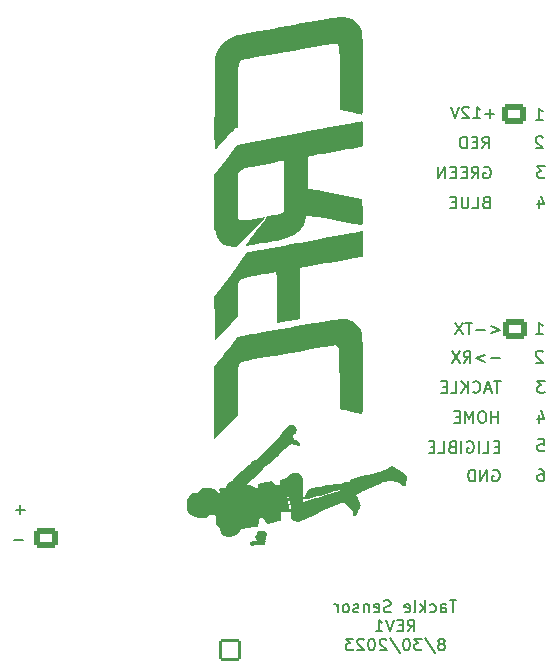
<source format=gbo>
%TF.GenerationSoftware,KiCad,Pcbnew,(6.0.1-0)*%
%TF.CreationDate,2023-09-01T00:14:16-05:00*%
%TF.ProjectId,tackle_sensor_hardware,7461636b-6c65-45f7-9365-6e736f725f68,REV1*%
%TF.SameCoordinates,Original*%
%TF.FileFunction,Legend,Bot*%
%TF.FilePolarity,Positive*%
%FSLAX46Y46*%
G04 Gerber Fmt 4.6, Leading zero omitted, Abs format (unit mm)*
G04 Created by KiCad (PCBNEW (6.0.1-0)) date 2023-09-01 00:14:16*
%MOMM*%
%LPD*%
G01*
G04 APERTURE LIST*
G04 Aperture macros list*
%AMRoundRect*
0 Rectangle with rounded corners*
0 $1 Rounding radius*
0 $2 $3 $4 $5 $6 $7 $8 $9 X,Y pos of 4 corners*
0 Add a 4 corners polygon primitive as box body*
4,1,4,$2,$3,$4,$5,$6,$7,$8,$9,$2,$3,0*
0 Add four circle primitives for the rounded corners*
1,1,$1+$1,$2,$3*
1,1,$1+$1,$4,$5*
1,1,$1+$1,$6,$7*
1,1,$1+$1,$8,$9*
0 Add four rect primitives between the rounded corners*
20,1,$1+$1,$2,$3,$4,$5,0*
20,1,$1+$1,$4,$5,$6,$7,0*
20,1,$1+$1,$6,$7,$8,$9,0*
20,1,$1+$1,$8,$9,$2,$3,0*%
G04 Aperture macros list end*
%ADD10C,0.150000*%
%ADD11C,0.152400*%
%ADD12C,0.300000*%
%ADD13RoundRect,0.250000X-0.725000X0.600000X-0.725000X-0.600000X0.725000X-0.600000X0.725000X0.600000X0*%
%ADD14O,1.950000X1.700000*%
%ADD15C,1.784000*%
%ADD16RoundRect,0.102000X-0.790000X-0.790000X0.790000X-0.790000X0.790000X0.790000X-0.790000X0.790000X0*%
%ADD17C,3.200000*%
%ADD18RoundRect,0.250000X0.750000X-0.600000X0.750000X0.600000X-0.750000X0.600000X-0.750000X-0.600000X0*%
%ADD19O,2.000000X1.700000*%
G04 APERTURE END LIST*
D10*
X198556333Y-110561380D02*
X198556333Y-109561380D01*
X198556333Y-110037571D02*
X197984904Y-110037571D01*
X197984904Y-110561380D02*
X197984904Y-109561380D01*
X197318238Y-109561380D02*
X197127761Y-109561380D01*
X197032523Y-109609000D01*
X196937285Y-109704238D01*
X196889666Y-109894714D01*
X196889666Y-110228047D01*
X196937285Y-110418523D01*
X197032523Y-110513761D01*
X197127761Y-110561380D01*
X197318238Y-110561380D01*
X197413476Y-110513761D01*
X197508714Y-110418523D01*
X197556333Y-110228047D01*
X197556333Y-109894714D01*
X197508714Y-109704238D01*
X197413476Y-109609000D01*
X197318238Y-109561380D01*
X196461095Y-110561380D02*
X196461095Y-109561380D01*
X196127761Y-110275666D01*
X195794428Y-109561380D01*
X195794428Y-110561380D01*
X195318238Y-110037571D02*
X194984904Y-110037571D01*
X194842047Y-110561380D02*
X195318238Y-110561380D01*
X195318238Y-109561380D01*
X194842047Y-109561380D01*
D11*
X201990476Y-91730285D02*
X201990476Y-92407619D01*
X202232380Y-91343238D02*
X202474285Y-92068952D01*
X201845333Y-92068952D01*
D10*
X197945238Y-102401714D02*
X198707142Y-102687428D01*
X197945238Y-102973142D01*
X197469047Y-102687428D02*
X196707142Y-102687428D01*
X196373809Y-102068380D02*
X195802380Y-102068380D01*
X196088095Y-103068380D02*
X196088095Y-102068380D01*
X195564285Y-102068380D02*
X194897619Y-103068380D01*
X194897619Y-102068380D02*
X195564285Y-103068380D01*
X198119904Y-114562000D02*
X198215142Y-114514380D01*
X198358000Y-114514380D01*
X198500857Y-114562000D01*
X198596095Y-114657238D01*
X198643714Y-114752476D01*
X198691333Y-114942952D01*
X198691333Y-115085809D01*
X198643714Y-115276285D01*
X198596095Y-115371523D01*
X198500857Y-115466761D01*
X198358000Y-115514380D01*
X198262761Y-115514380D01*
X198119904Y-115466761D01*
X198072285Y-115419142D01*
X198072285Y-115085809D01*
X198262761Y-115085809D01*
X197643714Y-115514380D02*
X197643714Y-114514380D01*
X197072285Y-115514380D01*
X197072285Y-114514380D01*
X196596095Y-115514380D02*
X196596095Y-114514380D01*
X196358000Y-114514380D01*
X196215142Y-114562000D01*
X196119904Y-114657238D01*
X196072285Y-114752476D01*
X196024666Y-114942952D01*
X196024666Y-115085809D01*
X196072285Y-115276285D01*
X196119904Y-115371523D01*
X196215142Y-115466761D01*
X196358000Y-115514380D01*
X196596095Y-115514380D01*
X195031666Y-125604380D02*
X194460238Y-125604380D01*
X194745952Y-126604380D02*
X194745952Y-125604380D01*
X193698333Y-126604380D02*
X193698333Y-126080571D01*
X193745952Y-125985333D01*
X193841190Y-125937714D01*
X194031666Y-125937714D01*
X194126904Y-125985333D01*
X193698333Y-126556761D02*
X193793571Y-126604380D01*
X194031666Y-126604380D01*
X194126904Y-126556761D01*
X194174523Y-126461523D01*
X194174523Y-126366285D01*
X194126904Y-126271047D01*
X194031666Y-126223428D01*
X193793571Y-126223428D01*
X193698333Y-126175809D01*
X192793571Y-126556761D02*
X192888809Y-126604380D01*
X193079285Y-126604380D01*
X193174523Y-126556761D01*
X193222142Y-126509142D01*
X193269761Y-126413904D01*
X193269761Y-126128190D01*
X193222142Y-126032952D01*
X193174523Y-125985333D01*
X193079285Y-125937714D01*
X192888809Y-125937714D01*
X192793571Y-125985333D01*
X192365000Y-126604380D02*
X192365000Y-125604380D01*
X192269761Y-126223428D02*
X191984047Y-126604380D01*
X191984047Y-125937714D02*
X192365000Y-126318666D01*
X191412619Y-126604380D02*
X191507857Y-126556761D01*
X191555476Y-126461523D01*
X191555476Y-125604380D01*
X190650714Y-126556761D02*
X190745952Y-126604380D01*
X190936428Y-126604380D01*
X191031666Y-126556761D01*
X191079285Y-126461523D01*
X191079285Y-126080571D01*
X191031666Y-125985333D01*
X190936428Y-125937714D01*
X190745952Y-125937714D01*
X190650714Y-125985333D01*
X190603095Y-126080571D01*
X190603095Y-126175809D01*
X191079285Y-126271047D01*
X189460238Y-126556761D02*
X189317380Y-126604380D01*
X189079285Y-126604380D01*
X188984047Y-126556761D01*
X188936428Y-126509142D01*
X188888809Y-126413904D01*
X188888809Y-126318666D01*
X188936428Y-126223428D01*
X188984047Y-126175809D01*
X189079285Y-126128190D01*
X189269761Y-126080571D01*
X189365000Y-126032952D01*
X189412619Y-125985333D01*
X189460238Y-125890095D01*
X189460238Y-125794857D01*
X189412619Y-125699619D01*
X189365000Y-125652000D01*
X189269761Y-125604380D01*
X189031666Y-125604380D01*
X188888809Y-125652000D01*
X188079285Y-126556761D02*
X188174523Y-126604380D01*
X188365000Y-126604380D01*
X188460238Y-126556761D01*
X188507857Y-126461523D01*
X188507857Y-126080571D01*
X188460238Y-125985333D01*
X188365000Y-125937714D01*
X188174523Y-125937714D01*
X188079285Y-125985333D01*
X188031666Y-126080571D01*
X188031666Y-126175809D01*
X188507857Y-126271047D01*
X187603095Y-125937714D02*
X187603095Y-126604380D01*
X187603095Y-126032952D02*
X187555476Y-125985333D01*
X187460238Y-125937714D01*
X187317380Y-125937714D01*
X187222142Y-125985333D01*
X187174523Y-126080571D01*
X187174523Y-126604380D01*
X186745952Y-126556761D02*
X186650714Y-126604380D01*
X186460238Y-126604380D01*
X186365000Y-126556761D01*
X186317380Y-126461523D01*
X186317380Y-126413904D01*
X186365000Y-126318666D01*
X186460238Y-126271047D01*
X186603095Y-126271047D01*
X186698333Y-126223428D01*
X186745952Y-126128190D01*
X186745952Y-126080571D01*
X186698333Y-125985333D01*
X186603095Y-125937714D01*
X186460238Y-125937714D01*
X186365000Y-125985333D01*
X185745952Y-126604380D02*
X185841190Y-126556761D01*
X185888809Y-126509142D01*
X185936428Y-126413904D01*
X185936428Y-126128190D01*
X185888809Y-126032952D01*
X185841190Y-125985333D01*
X185745952Y-125937714D01*
X185603095Y-125937714D01*
X185507857Y-125985333D01*
X185460238Y-126032952D01*
X185412619Y-126128190D01*
X185412619Y-126413904D01*
X185460238Y-126509142D01*
X185507857Y-126556761D01*
X185603095Y-126604380D01*
X185745952Y-126604380D01*
X184984047Y-126604380D02*
X184984047Y-125937714D01*
X184984047Y-126128190D02*
X184936428Y-126032952D01*
X184888809Y-125985333D01*
X184793571Y-125937714D01*
X184698333Y-125937714D01*
X190912619Y-128214380D02*
X191245952Y-127738190D01*
X191484047Y-128214380D02*
X191484047Y-127214380D01*
X191103095Y-127214380D01*
X191007857Y-127262000D01*
X190960238Y-127309619D01*
X190912619Y-127404857D01*
X190912619Y-127547714D01*
X190960238Y-127642952D01*
X191007857Y-127690571D01*
X191103095Y-127738190D01*
X191484047Y-127738190D01*
X190484047Y-127690571D02*
X190150714Y-127690571D01*
X190007857Y-128214380D02*
X190484047Y-128214380D01*
X190484047Y-127214380D01*
X190007857Y-127214380D01*
X189722142Y-127214380D02*
X189388809Y-128214380D01*
X189055476Y-127214380D01*
X188198333Y-128214380D02*
X188769761Y-128214380D01*
X188484047Y-128214380D02*
X188484047Y-127214380D01*
X188579285Y-127357238D01*
X188674523Y-127452476D01*
X188769761Y-127500095D01*
X193865000Y-129252952D02*
X193960238Y-129205333D01*
X194007857Y-129157714D01*
X194055476Y-129062476D01*
X194055476Y-129014857D01*
X194007857Y-128919619D01*
X193960238Y-128872000D01*
X193865000Y-128824380D01*
X193674523Y-128824380D01*
X193579285Y-128872000D01*
X193531666Y-128919619D01*
X193484047Y-129014857D01*
X193484047Y-129062476D01*
X193531666Y-129157714D01*
X193579285Y-129205333D01*
X193674523Y-129252952D01*
X193865000Y-129252952D01*
X193960238Y-129300571D01*
X194007857Y-129348190D01*
X194055476Y-129443428D01*
X194055476Y-129633904D01*
X194007857Y-129729142D01*
X193960238Y-129776761D01*
X193865000Y-129824380D01*
X193674523Y-129824380D01*
X193579285Y-129776761D01*
X193531666Y-129729142D01*
X193484047Y-129633904D01*
X193484047Y-129443428D01*
X193531666Y-129348190D01*
X193579285Y-129300571D01*
X193674523Y-129252952D01*
X192341190Y-128776761D02*
X193198333Y-130062476D01*
X192103095Y-128824380D02*
X191484047Y-128824380D01*
X191817380Y-129205333D01*
X191674523Y-129205333D01*
X191579285Y-129252952D01*
X191531666Y-129300571D01*
X191484047Y-129395809D01*
X191484047Y-129633904D01*
X191531666Y-129729142D01*
X191579285Y-129776761D01*
X191674523Y-129824380D01*
X191960238Y-129824380D01*
X192055476Y-129776761D01*
X192103095Y-129729142D01*
X190865000Y-128824380D02*
X190769761Y-128824380D01*
X190674523Y-128872000D01*
X190626904Y-128919619D01*
X190579285Y-129014857D01*
X190531666Y-129205333D01*
X190531666Y-129443428D01*
X190579285Y-129633904D01*
X190626904Y-129729142D01*
X190674523Y-129776761D01*
X190769761Y-129824380D01*
X190865000Y-129824380D01*
X190960238Y-129776761D01*
X191007857Y-129729142D01*
X191055476Y-129633904D01*
X191103095Y-129443428D01*
X191103095Y-129205333D01*
X191055476Y-129014857D01*
X191007857Y-128919619D01*
X190960238Y-128872000D01*
X190865000Y-128824380D01*
X189388809Y-128776761D02*
X190245952Y-130062476D01*
X189103095Y-128919619D02*
X189055476Y-128872000D01*
X188960238Y-128824380D01*
X188722142Y-128824380D01*
X188626904Y-128872000D01*
X188579285Y-128919619D01*
X188531666Y-129014857D01*
X188531666Y-129110095D01*
X188579285Y-129252952D01*
X189150714Y-129824380D01*
X188531666Y-129824380D01*
X187912619Y-128824380D02*
X187817380Y-128824380D01*
X187722142Y-128872000D01*
X187674523Y-128919619D01*
X187626904Y-129014857D01*
X187579285Y-129205333D01*
X187579285Y-129443428D01*
X187626904Y-129633904D01*
X187674523Y-129729142D01*
X187722142Y-129776761D01*
X187817380Y-129824380D01*
X187912619Y-129824380D01*
X188007857Y-129776761D01*
X188055476Y-129729142D01*
X188103095Y-129633904D01*
X188150714Y-129443428D01*
X188150714Y-129205333D01*
X188103095Y-129014857D01*
X188055476Y-128919619D01*
X188007857Y-128872000D01*
X187912619Y-128824380D01*
X187198333Y-128919619D02*
X187150714Y-128872000D01*
X187055476Y-128824380D01*
X186817380Y-128824380D01*
X186722142Y-128872000D01*
X186674523Y-128919619D01*
X186626904Y-129014857D01*
X186626904Y-129110095D01*
X186674523Y-129252952D01*
X187245952Y-129824380D01*
X186626904Y-129824380D01*
X186293571Y-128824380D02*
X185674523Y-128824380D01*
X186007857Y-129205333D01*
X185865000Y-129205333D01*
X185769761Y-129252952D01*
X185722142Y-129300571D01*
X185674523Y-129395809D01*
X185674523Y-129633904D01*
X185722142Y-129729142D01*
X185769761Y-129776761D01*
X185865000Y-129824380D01*
X186150714Y-129824380D01*
X186245952Y-129776761D01*
X186293571Y-129729142D01*
D11*
X202522666Y-88851619D02*
X201893714Y-88851619D01*
X202232380Y-89238666D01*
X202087238Y-89238666D01*
X201990476Y-89287047D01*
X201942095Y-89335428D01*
X201893714Y-89432190D01*
X201893714Y-89674095D01*
X201942095Y-89770857D01*
X201990476Y-89819238D01*
X202087238Y-89867619D01*
X202377523Y-89867619D01*
X202474285Y-89819238D01*
X202522666Y-89770857D01*
D10*
X198786428Y-107021380D02*
X198215000Y-107021380D01*
X198500714Y-108021380D02*
X198500714Y-107021380D01*
X197929285Y-107735666D02*
X197453095Y-107735666D01*
X198024523Y-108021380D02*
X197691190Y-107021380D01*
X197357857Y-108021380D01*
X196453095Y-107926142D02*
X196500714Y-107973761D01*
X196643571Y-108021380D01*
X196738809Y-108021380D01*
X196881666Y-107973761D01*
X196976904Y-107878523D01*
X197024523Y-107783285D01*
X197072142Y-107592809D01*
X197072142Y-107449952D01*
X197024523Y-107259476D01*
X196976904Y-107164238D01*
X196881666Y-107069000D01*
X196738809Y-107021380D01*
X196643571Y-107021380D01*
X196500714Y-107069000D01*
X196453095Y-107116619D01*
X196024523Y-108021380D02*
X196024523Y-107021380D01*
X195453095Y-108021380D02*
X195881666Y-107449952D01*
X195453095Y-107021380D02*
X196024523Y-107592809D01*
X194548333Y-108021380D02*
X195024523Y-108021380D01*
X195024523Y-107021380D01*
X194215000Y-107497571D02*
X193881666Y-107497571D01*
X193738809Y-108021380D02*
X194215000Y-108021380D01*
X194215000Y-107021380D01*
X193738809Y-107021380D01*
D11*
X201990476Y-114505619D02*
X202184000Y-114505619D01*
X202280761Y-114554000D01*
X202329142Y-114602380D01*
X202425904Y-114747523D01*
X202474285Y-114941047D01*
X202474285Y-115328095D01*
X202425904Y-115424857D01*
X202377523Y-115473238D01*
X202280761Y-115521619D01*
X202087238Y-115521619D01*
X201990476Y-115473238D01*
X201942095Y-115424857D01*
X201893714Y-115328095D01*
X201893714Y-115086190D01*
X201942095Y-114989428D01*
X201990476Y-114941047D01*
X202087238Y-114892666D01*
X202280761Y-114892666D01*
X202377523Y-114941047D01*
X202425904Y-114989428D01*
X202474285Y-115086190D01*
X202522666Y-107012619D02*
X201893714Y-107012619D01*
X202232380Y-107399666D01*
X202087238Y-107399666D01*
X201990476Y-107448047D01*
X201942095Y-107496428D01*
X201893714Y-107593190D01*
X201893714Y-107835095D01*
X201942095Y-107931857D01*
X201990476Y-107980238D01*
X202087238Y-108028619D01*
X202377523Y-108028619D01*
X202474285Y-107980238D01*
X202522666Y-107931857D01*
X158502047Y-117928571D02*
X157727952Y-117928571D01*
X158115000Y-118315619D02*
X158115000Y-117541523D01*
X158375047Y-120468571D02*
X157600952Y-120468571D01*
X202347285Y-104569380D02*
X202298904Y-104521000D01*
X202202142Y-104472619D01*
X201960238Y-104472619D01*
X201863476Y-104521000D01*
X201815095Y-104569380D01*
X201766714Y-104666142D01*
X201766714Y-104762904D01*
X201815095Y-104908047D01*
X202395666Y-105488619D01*
X201766714Y-105488619D01*
D10*
X198230904Y-84399428D02*
X197469000Y-84399428D01*
X197849952Y-84780380D02*
X197849952Y-84018476D01*
X196469000Y-84780380D02*
X197040428Y-84780380D01*
X196754714Y-84780380D02*
X196754714Y-83780380D01*
X196849952Y-83923238D01*
X196945190Y-84018476D01*
X197040428Y-84066095D01*
X196088047Y-83875619D02*
X196040428Y-83828000D01*
X195945190Y-83780380D01*
X195707095Y-83780380D01*
X195611857Y-83828000D01*
X195564238Y-83875619D01*
X195516619Y-83970857D01*
X195516619Y-84066095D01*
X195564238Y-84208952D01*
X196135666Y-84780380D01*
X195516619Y-84780380D01*
X195230904Y-83780380D02*
X194897571Y-84780380D01*
X194564238Y-83780380D01*
X197373666Y-88908000D02*
X197468904Y-88860380D01*
X197611761Y-88860380D01*
X197754619Y-88908000D01*
X197849857Y-89003238D01*
X197897476Y-89098476D01*
X197945095Y-89288952D01*
X197945095Y-89431809D01*
X197897476Y-89622285D01*
X197849857Y-89717523D01*
X197754619Y-89812761D01*
X197611761Y-89860380D01*
X197516523Y-89860380D01*
X197373666Y-89812761D01*
X197326047Y-89765142D01*
X197326047Y-89431809D01*
X197516523Y-89431809D01*
X196326047Y-89860380D02*
X196659380Y-89384190D01*
X196897476Y-89860380D02*
X196897476Y-88860380D01*
X196516523Y-88860380D01*
X196421285Y-88908000D01*
X196373666Y-88955619D01*
X196326047Y-89050857D01*
X196326047Y-89193714D01*
X196373666Y-89288952D01*
X196421285Y-89336571D01*
X196516523Y-89384190D01*
X196897476Y-89384190D01*
X195897476Y-89336571D02*
X195564142Y-89336571D01*
X195421285Y-89860380D02*
X195897476Y-89860380D01*
X195897476Y-88860380D01*
X195421285Y-88860380D01*
X194992714Y-89336571D02*
X194659380Y-89336571D01*
X194516523Y-89860380D02*
X194992714Y-89860380D01*
X194992714Y-88860380D01*
X194516523Y-88860380D01*
X194087952Y-89860380D02*
X194087952Y-88860380D01*
X193516523Y-89860380D01*
X193516523Y-88860380D01*
D11*
X202347285Y-86408380D02*
X202298904Y-86360000D01*
X202202142Y-86311619D01*
X201960238Y-86311619D01*
X201863476Y-86360000D01*
X201815095Y-86408380D01*
X201766714Y-86505142D01*
X201766714Y-86601904D01*
X201815095Y-86747047D01*
X202395666Y-87327619D01*
X201766714Y-87327619D01*
X201990476Y-109891285D02*
X201990476Y-110568619D01*
X202232380Y-109504238D02*
X202474285Y-110229952D01*
X201845333Y-110229952D01*
X201942095Y-111965619D02*
X202425904Y-111965619D01*
X202474285Y-112449428D01*
X202425904Y-112401047D01*
X202329142Y-112352666D01*
X202087238Y-112352666D01*
X201990476Y-112401047D01*
X201942095Y-112449428D01*
X201893714Y-112546190D01*
X201893714Y-112788095D01*
X201942095Y-112884857D01*
X201990476Y-112933238D01*
X202087238Y-112981619D01*
X202329142Y-112981619D01*
X202425904Y-112933238D01*
X202474285Y-112884857D01*
D10*
X198659380Y-112577571D02*
X198326047Y-112577571D01*
X198183190Y-113101380D02*
X198659380Y-113101380D01*
X198659380Y-112101380D01*
X198183190Y-112101380D01*
X197278428Y-113101380D02*
X197754619Y-113101380D01*
X197754619Y-112101380D01*
X196945095Y-113101380D02*
X196945095Y-112101380D01*
X195945095Y-112149000D02*
X196040333Y-112101380D01*
X196183190Y-112101380D01*
X196326047Y-112149000D01*
X196421285Y-112244238D01*
X196468904Y-112339476D01*
X196516523Y-112529952D01*
X196516523Y-112672809D01*
X196468904Y-112863285D01*
X196421285Y-112958523D01*
X196326047Y-113053761D01*
X196183190Y-113101380D01*
X196087952Y-113101380D01*
X195945095Y-113053761D01*
X195897476Y-113006142D01*
X195897476Y-112672809D01*
X196087952Y-112672809D01*
X195468904Y-113101380D02*
X195468904Y-112101380D01*
X194659380Y-112577571D02*
X194516523Y-112625190D01*
X194468904Y-112672809D01*
X194421285Y-112768047D01*
X194421285Y-112910904D01*
X194468904Y-113006142D01*
X194516523Y-113053761D01*
X194611761Y-113101380D01*
X194992714Y-113101380D01*
X194992714Y-112101380D01*
X194659380Y-112101380D01*
X194564142Y-112149000D01*
X194516523Y-112196619D01*
X194468904Y-112291857D01*
X194468904Y-112387095D01*
X194516523Y-112482333D01*
X194564142Y-112529952D01*
X194659380Y-112577571D01*
X194992714Y-112577571D01*
X193516523Y-113101380D02*
X193992714Y-113101380D01*
X193992714Y-112101380D01*
X193183190Y-112577571D02*
X192849857Y-112577571D01*
X192707000Y-113101380D02*
X193183190Y-113101380D01*
X193183190Y-112101380D01*
X192707000Y-112101380D01*
D11*
X201766714Y-84914619D02*
X202347285Y-84914619D01*
X202057000Y-84914619D02*
X202057000Y-83898619D01*
X202153761Y-84043761D01*
X202250523Y-84140523D01*
X202347285Y-84188904D01*
D10*
X197238857Y-87320380D02*
X197572190Y-86844190D01*
X197810285Y-87320380D02*
X197810285Y-86320380D01*
X197429333Y-86320380D01*
X197334095Y-86368000D01*
X197286476Y-86415619D01*
X197238857Y-86510857D01*
X197238857Y-86653714D01*
X197286476Y-86748952D01*
X197334095Y-86796571D01*
X197429333Y-86844190D01*
X197810285Y-86844190D01*
X196810285Y-86796571D02*
X196476952Y-86796571D01*
X196334095Y-87320380D02*
X196810285Y-87320380D01*
X196810285Y-86320380D01*
X196334095Y-86320380D01*
X195905523Y-87320380D02*
X195905523Y-86320380D01*
X195667428Y-86320380D01*
X195524571Y-86368000D01*
X195429333Y-86463238D01*
X195381714Y-86558476D01*
X195334095Y-86748952D01*
X195334095Y-86891809D01*
X195381714Y-87082285D01*
X195429333Y-87177523D01*
X195524571Y-87272761D01*
X195667428Y-87320380D01*
X195905523Y-87320380D01*
X197524523Y-91876571D02*
X197381666Y-91924190D01*
X197334047Y-91971809D01*
X197286428Y-92067047D01*
X197286428Y-92209904D01*
X197334047Y-92305142D01*
X197381666Y-92352761D01*
X197476904Y-92400380D01*
X197857857Y-92400380D01*
X197857857Y-91400380D01*
X197524523Y-91400380D01*
X197429285Y-91448000D01*
X197381666Y-91495619D01*
X197334047Y-91590857D01*
X197334047Y-91686095D01*
X197381666Y-91781333D01*
X197429285Y-91828952D01*
X197524523Y-91876571D01*
X197857857Y-91876571D01*
X196381666Y-92400380D02*
X196857857Y-92400380D01*
X196857857Y-91400380D01*
X196048333Y-91400380D02*
X196048333Y-92209904D01*
X196000714Y-92305142D01*
X195953095Y-92352761D01*
X195857857Y-92400380D01*
X195667380Y-92400380D01*
X195572142Y-92352761D01*
X195524523Y-92305142D01*
X195476904Y-92209904D01*
X195476904Y-91400380D01*
X195000714Y-91876571D02*
X194667380Y-91876571D01*
X194524523Y-92400380D02*
X195000714Y-92400380D01*
X195000714Y-91400380D01*
X194524523Y-91400380D01*
D11*
X201766714Y-103075619D02*
X202347285Y-103075619D01*
X202057000Y-103075619D02*
X202057000Y-102059619D01*
X202153761Y-102204761D01*
X202250523Y-102301523D01*
X202347285Y-102349904D01*
D10*
X198699190Y-105100428D02*
X197937285Y-105100428D01*
X197461095Y-104814714D02*
X196699190Y-105100428D01*
X197461095Y-105386142D01*
X195651571Y-105481380D02*
X195984904Y-105005190D01*
X196223000Y-105481380D02*
X196223000Y-104481380D01*
X195842047Y-104481380D01*
X195746809Y-104529000D01*
X195699190Y-104576619D01*
X195651571Y-104671857D01*
X195651571Y-104814714D01*
X195699190Y-104909952D01*
X195746809Y-104957571D01*
X195842047Y-105005190D01*
X196223000Y-105005190D01*
X195318238Y-104481380D02*
X194651571Y-105481380D01*
X194651571Y-104481380D02*
X195318238Y-105481380D01*
D12*
%TO.C,G\u002A\u002A\u002A*%
X180102417Y-97230672D02*
X180029845Y-97085529D01*
X180029845Y-96867815D01*
X180102417Y-96650101D01*
X180247559Y-96504958D01*
X180392702Y-96432386D01*
X180682988Y-96359815D01*
X180900702Y-96359815D01*
X181190988Y-96432386D01*
X181336131Y-96504958D01*
X181481274Y-96650101D01*
X181553845Y-96867815D01*
X181553845Y-97012958D01*
X181481274Y-97230672D01*
X181408702Y-97303244D01*
X180900702Y-97303244D01*
X180900702Y-97012958D01*
X180029845Y-98174101D02*
X180392702Y-98174101D01*
X180247559Y-97811244D02*
X180392702Y-98174101D01*
X180247559Y-98536958D01*
X180682988Y-97956386D02*
X180392702Y-98174101D01*
X180682988Y-98391815D01*
X180029845Y-99335244D02*
X180392702Y-99335244D01*
X180247559Y-98972386D02*
X180392702Y-99335244D01*
X180247559Y-99698101D01*
X180682988Y-99117529D02*
X180392702Y-99335244D01*
X180682988Y-99552958D01*
X180029845Y-100496386D02*
X180392702Y-100496386D01*
X180247559Y-100133529D02*
X180392702Y-100496386D01*
X180247559Y-100859244D01*
X180682988Y-100278672D02*
X180392702Y-100496386D01*
X180682988Y-100714101D01*
X180102417Y-97179872D02*
X180029845Y-97034729D01*
X180029845Y-96817015D01*
X180102417Y-96599301D01*
X180247559Y-96454158D01*
X180392702Y-96381586D01*
X180682988Y-96309015D01*
X180900702Y-96309015D01*
X181190988Y-96381586D01*
X181336131Y-96454158D01*
X181481274Y-96599301D01*
X181553845Y-96817015D01*
X181553845Y-96962158D01*
X181481274Y-97179872D01*
X181408702Y-97252444D01*
X180900702Y-97252444D01*
X180900702Y-96962158D01*
X180029845Y-98123301D02*
X180392702Y-98123301D01*
X180247559Y-97760444D02*
X180392702Y-98123301D01*
X180247559Y-98486158D01*
X180682988Y-97905586D02*
X180392702Y-98123301D01*
X180682988Y-98341015D01*
X180029845Y-99284444D02*
X180392702Y-99284444D01*
X180247559Y-98921586D02*
X180392702Y-99284444D01*
X180247559Y-99647301D01*
X180682988Y-99066729D02*
X180392702Y-99284444D01*
X180682988Y-99502158D01*
X180029845Y-100445586D02*
X180392702Y-100445586D01*
X180247559Y-100082729D02*
X180392702Y-100445586D01*
X180247559Y-100808444D01*
X180682988Y-100227872D02*
X180392702Y-100445586D01*
X180682988Y-100663301D01*
G36*
X181276678Y-110735166D02*
G01*
X181410591Y-110798599D01*
X181481146Y-110927513D01*
X181503550Y-111132234D01*
X181496125Y-111281229D01*
X181449017Y-111400576D01*
X181338453Y-111512012D01*
X181245191Y-111612454D01*
X181196215Y-111760618D01*
X181250571Y-111895050D01*
X181406084Y-112000058D01*
X181467881Y-112027521D01*
X181659588Y-112140937D01*
X181790937Y-112264330D01*
X181839667Y-112378280D01*
X181839365Y-112389835D01*
X181792730Y-112486411D01*
X181672988Y-112510340D01*
X181489214Y-112459517D01*
X181477060Y-112454610D01*
X181283476Y-112401860D01*
X181083905Y-112380151D01*
X181016296Y-112382941D01*
X180947958Y-112397984D01*
X180872781Y-112434673D01*
X180779260Y-112502394D01*
X180655892Y-112610534D01*
X180491174Y-112768478D01*
X180273601Y-112985611D01*
X179991672Y-113271321D01*
X179840002Y-113424702D01*
X179552941Y-113708988D01*
X179327737Y-113921684D01*
X179157027Y-114069319D01*
X179033450Y-114158422D01*
X178949646Y-114195521D01*
X178943330Y-114196832D01*
X178837010Y-114238724D01*
X178805760Y-114292349D01*
X178786235Y-114339604D01*
X178701294Y-114448178D01*
X178563909Y-114597077D01*
X178389474Y-114768684D01*
X178280835Y-114871246D01*
X178038733Y-115100498D01*
X177798096Y-115329123D01*
X177597828Y-115520190D01*
X177243736Y-115859159D01*
X177497914Y-115860126D01*
X177575029Y-115862564D01*
X177761021Y-115901447D01*
X177920237Y-116002578D01*
X178054608Y-116093618D01*
X178170021Y-116114546D01*
X178232415Y-116045822D01*
X178233624Y-115890368D01*
X178203383Y-115704011D01*
X178498613Y-115646578D01*
X178593570Y-115628103D01*
X178852089Y-115577793D01*
X179092999Y-115530896D01*
X179392156Y-115472648D01*
X179575331Y-115666870D01*
X179630980Y-115722778D01*
X179779720Y-115829548D01*
X179928852Y-115861093D01*
X179992541Y-115859882D01*
X180065916Y-115839310D01*
X180094406Y-115769670D01*
X180099196Y-115621120D01*
X180100400Y-115517978D01*
X180119670Y-115418638D01*
X180184798Y-115371933D01*
X180323801Y-115343200D01*
X180451436Y-115309479D01*
X180607348Y-115219755D01*
X180778734Y-115057960D01*
X180888691Y-114944948D01*
X181005322Y-114854129D01*
X181128848Y-114809452D01*
X181301987Y-114788955D01*
X181445421Y-114783613D01*
X181619518Y-114806692D01*
X181769039Y-114876645D01*
X181782253Y-114885126D01*
X181974007Y-115065297D01*
X182078214Y-115287009D01*
X182084269Y-115528342D01*
X182069907Y-115647878D01*
X182061249Y-115856996D01*
X182065326Y-116078652D01*
X182074180Y-116311846D01*
X182079910Y-116597302D01*
X182081008Y-116867303D01*
X182078062Y-117302421D01*
X183169036Y-116946988D01*
X183184218Y-116942042D01*
X183552744Y-116822595D01*
X183924102Y-116703232D01*
X184271746Y-116592418D01*
X184569131Y-116498614D01*
X184789712Y-116430285D01*
X184947956Y-116380404D01*
X185139806Y-116314374D01*
X185271160Y-116262048D01*
X185320012Y-116231668D01*
X185311537Y-116222067D01*
X185277134Y-116221749D01*
X185206981Y-116234315D01*
X185091311Y-116262417D01*
X184920352Y-116308705D01*
X184684335Y-116375831D01*
X184373492Y-116466445D01*
X183978051Y-116583200D01*
X183488244Y-116728745D01*
X183346995Y-116770334D01*
X183015493Y-116864189D01*
X182723290Y-116941736D01*
X182486529Y-116998981D01*
X182321357Y-117031930D01*
X182243917Y-117036589D01*
X182204448Y-117009615D01*
X182171176Y-116905160D01*
X182195954Y-116754694D01*
X182268034Y-116581088D01*
X182376666Y-116407211D01*
X182511098Y-116255934D01*
X182660583Y-116150127D01*
X182741378Y-116120925D01*
X182918415Y-116074211D01*
X183161152Y-116019752D01*
X183450464Y-115960911D01*
X183767225Y-115901048D01*
X184092311Y-115843523D01*
X184406596Y-115791697D01*
X184690955Y-115748931D01*
X184926263Y-115718586D01*
X185093394Y-115704022D01*
X185173225Y-115708600D01*
X185183784Y-115713561D01*
X185297151Y-115719117D01*
X185452978Y-115645762D01*
X185534451Y-115599541D01*
X185657970Y-115563116D01*
X185780670Y-115588289D01*
X185840785Y-115611220D01*
X185929076Y-115636101D01*
X185967900Y-115606741D01*
X185995227Y-115509130D01*
X186037275Y-115413857D01*
X186123500Y-115324332D01*
X186143291Y-115316432D01*
X186260270Y-115282459D01*
X186460042Y-115231512D01*
X186725737Y-115167685D01*
X187040485Y-115095069D01*
X187387419Y-115017756D01*
X187527685Y-114986588D01*
X187863887Y-114908177D01*
X188161044Y-114833755D01*
X188402288Y-114767840D01*
X188570751Y-114714952D01*
X188649563Y-114679609D01*
X188749216Y-114623820D01*
X188898713Y-114589779D01*
X189022861Y-114564080D01*
X189136284Y-114500840D01*
X189149659Y-114488367D01*
X189263008Y-114404553D01*
X189409147Y-114316678D01*
X189600821Y-114213591D01*
X190176878Y-114559013D01*
X190179981Y-114560875D01*
X190406916Y-114703287D01*
X190600707Y-114836442D01*
X190740882Y-114945503D01*
X190806966Y-115015633D01*
X190820924Y-115046531D01*
X190858303Y-115194144D01*
X190854783Y-115380148D01*
X190810544Y-115635821D01*
X190807161Y-115651411D01*
X190761218Y-115813472D01*
X190702383Y-115899847D01*
X190610662Y-115941067D01*
X190513830Y-115951834D01*
X190427449Y-115905311D01*
X190419464Y-115891673D01*
X190333346Y-115775379D01*
X190219150Y-115687871D01*
X190050462Y-115613630D01*
X189800870Y-115537136D01*
X189633378Y-115491616D01*
X189473367Y-115454489D01*
X189369557Y-115445547D01*
X189294067Y-115463313D01*
X189219017Y-115506309D01*
X189085636Y-115563758D01*
X188926765Y-115582542D01*
X188793176Y-115593729D01*
X188638382Y-115653351D01*
X188632371Y-115657032D01*
X188531181Y-115710690D01*
X188350684Y-115799746D01*
X188108531Y-115915735D01*
X187822370Y-116050191D01*
X187509849Y-116194650D01*
X187447722Y-116223201D01*
X187152324Y-116360823D01*
X186896741Y-116482921D01*
X186695807Y-116582192D01*
X186564361Y-116651338D01*
X186517237Y-116683058D01*
X186526150Y-116705146D01*
X186584824Y-116795131D01*
X186680227Y-116921536D01*
X186718475Y-116973266D01*
X186828447Y-117160255D01*
X186900072Y-117337642D01*
X186919501Y-117422195D01*
X186924601Y-117522004D01*
X186900593Y-117635375D01*
X186840834Y-117790156D01*
X186738682Y-118014191D01*
X186676673Y-118144633D01*
X186587554Y-118317138D01*
X186519973Y-118416011D01*
X186460689Y-118458588D01*
X186396460Y-118462202D01*
X186338048Y-118448377D01*
X186290089Y-118393324D01*
X186289457Y-118268209D01*
X186288787Y-118174444D01*
X186253918Y-118074140D01*
X186168533Y-117953644D01*
X186017672Y-117786437D01*
X186005743Y-117773865D01*
X185843930Y-117610302D01*
X185692560Y-117468238D01*
X185582980Y-117377185D01*
X185482744Y-117315644D01*
X185388257Y-117304677D01*
X185256477Y-117350432D01*
X185074460Y-117428577D01*
X184679106Y-117601853D01*
X184283432Y-117780893D01*
X183855301Y-117980367D01*
X183362579Y-118214942D01*
X183253933Y-118267050D01*
X182910792Y-118431285D01*
X182649726Y-118555398D01*
X182458256Y-118645085D01*
X182323908Y-118706040D01*
X182234202Y-118743957D01*
X182176662Y-118764530D01*
X182138811Y-118773455D01*
X182120263Y-118778023D01*
X182016070Y-118815558D01*
X181871667Y-118876011D01*
X181860229Y-118880970D01*
X181600941Y-118941050D01*
X181357699Y-118901949D01*
X181150626Y-118766718D01*
X181146736Y-118762816D01*
X181086982Y-118694628D01*
X181049852Y-118619280D01*
X181030687Y-118511383D01*
X181024828Y-118345554D01*
X181027617Y-118096404D01*
X181029381Y-117948983D01*
X181028091Y-117737892D01*
X181022252Y-117583705D01*
X181012536Y-117512335D01*
X181003837Y-117491603D01*
X180977291Y-117401179D01*
X180937925Y-117239976D01*
X180883685Y-116999006D01*
X180812520Y-116669284D01*
X180722377Y-116241821D01*
X180591472Y-115616339D01*
X180620566Y-116078652D01*
X180620918Y-116084224D01*
X180670499Y-116637397D01*
X180744821Y-117154393D01*
X180838745Y-117599394D01*
X180869911Y-117722388D01*
X180912834Y-117924674D01*
X180912970Y-118049382D01*
X180860805Y-118115254D01*
X180746823Y-118141033D01*
X180561509Y-118145462D01*
X180207975Y-118145462D01*
X180207975Y-118497958D01*
X180204646Y-118687128D01*
X180188823Y-118798258D01*
X180151982Y-118853159D01*
X180085599Y-118878326D01*
X180056447Y-118884883D01*
X179917800Y-118915514D01*
X179717690Y-118959306D01*
X179488864Y-119009084D01*
X179014507Y-119111972D01*
X178836188Y-118875748D01*
X178717752Y-118727145D01*
X178617417Y-118634064D01*
X178526210Y-118602930D01*
X178418361Y-118617838D01*
X178378273Y-118631936D01*
X178330980Y-118679845D01*
X178309442Y-118780175D01*
X178304335Y-118960991D01*
X178300570Y-119076037D01*
X178276964Y-119241515D01*
X178236348Y-119328178D01*
X178230995Y-119331800D01*
X178134957Y-119363024D01*
X177967194Y-119394071D01*
X177760438Y-119418715D01*
X177530789Y-119443640D01*
X177256204Y-119481481D01*
X177026177Y-119521095D01*
X176930529Y-119541480D01*
X176784413Y-119584543D01*
X176710123Y-119635523D01*
X176682604Y-119708052D01*
X176646423Y-119792472D01*
X176523353Y-119922050D01*
X176340445Y-120049681D01*
X176124742Y-120159943D01*
X175903289Y-120237411D01*
X175703130Y-120266661D01*
X175635115Y-120262433D01*
X175407831Y-120185645D01*
X175218526Y-120029818D01*
X175088975Y-119817782D01*
X175040952Y-119572369D01*
X175033754Y-119496199D01*
X174978275Y-119403783D01*
X174844392Y-119322840D01*
X174647832Y-119229107D01*
X174723280Y-118423965D01*
X174514986Y-118389039D01*
X174480797Y-118383217D01*
X174338024Y-118356975D01*
X174252301Y-118338157D01*
X174240267Y-118337587D01*
X174156275Y-118376780D01*
X174044708Y-118464988D01*
X174022658Y-118485159D01*
X173935050Y-118550807D01*
X173835923Y-118587296D01*
X173692904Y-118602531D01*
X173473616Y-118604416D01*
X173424034Y-118603781D01*
X173169146Y-118587744D01*
X172963399Y-118543610D01*
X172756584Y-118461361D01*
X172532433Y-118343971D01*
X172377188Y-118221135D01*
X172280620Y-118072980D01*
X172218672Y-117873201D01*
X172202509Y-117786466D01*
X172193897Y-117448467D01*
X172260571Y-117113557D01*
X172393663Y-116813133D01*
X172584306Y-116578590D01*
X172594537Y-116569642D01*
X172705019Y-116494658D01*
X172815825Y-116484259D01*
X172974142Y-116532917D01*
X173062744Y-116511615D01*
X173165445Y-116389799D01*
X173206181Y-116330969D01*
X173379400Y-116174602D01*
X173613981Y-116087701D01*
X173925963Y-116063383D01*
X174162164Y-116081199D01*
X174498542Y-116168250D01*
X174768317Y-116318689D01*
X174963246Y-116522729D01*
X175075086Y-116770580D01*
X175095596Y-117052452D01*
X175016532Y-117358557D01*
X175002141Y-117394174D01*
X174965875Y-117503249D01*
X174964918Y-117547175D01*
X174995075Y-117524213D01*
X175046514Y-117422893D01*
X175096647Y-117271917D01*
X175134658Y-117105719D01*
X175149731Y-116958735D01*
X175146004Y-116900439D01*
X175100978Y-116701050D01*
X175020113Y-116503752D01*
X174995051Y-116454970D01*
X174928509Y-116274809D01*
X174945889Y-116158935D01*
X175052917Y-116096998D01*
X175255317Y-116078652D01*
X175341962Y-116077712D01*
X175462898Y-116063555D01*
X175523264Y-116019441D01*
X175555790Y-115929080D01*
X175590275Y-115836114D01*
X175681140Y-115691635D01*
X175791050Y-115579711D01*
X175890771Y-115534755D01*
X175927041Y-115526373D01*
X176003667Y-115458313D01*
X176012729Y-115446364D01*
X176089481Y-115367162D01*
X176230951Y-115231757D01*
X176424511Y-115051925D01*
X176657535Y-114839441D01*
X176917397Y-114606083D01*
X177011925Y-114521644D01*
X177260877Y-114297532D01*
X177476873Y-114100606D01*
X177647776Y-113942080D01*
X177761451Y-113833172D01*
X177805763Y-113785095D01*
X177857154Y-113754572D01*
X177972145Y-113739894D01*
X177992683Y-113738884D01*
X178080308Y-113711081D01*
X178187674Y-113635697D01*
X178330475Y-113499980D01*
X178524405Y-113291179D01*
X178594684Y-113213372D01*
X178871251Y-112911790D01*
X179138221Y-112627442D01*
X179385094Y-112370959D01*
X179601370Y-112152970D01*
X179776548Y-111984103D01*
X179900130Y-111874988D01*
X179961616Y-111836254D01*
X179973479Y-111833227D01*
X180033441Y-111767037D01*
X180093396Y-111641450D01*
X180141304Y-111551259D01*
X180250066Y-111400494D01*
X180394682Y-111226652D01*
X180554863Y-111051706D01*
X180710321Y-110897626D01*
X180840764Y-110786382D01*
X180925905Y-110739946D01*
X181064205Y-110726888D01*
X181276678Y-110735166D01*
G37*
G36*
X185598471Y-101784371D02*
G01*
X185765928Y-101799496D01*
X185910706Y-101826580D01*
X185971304Y-101842296D01*
X186340049Y-101998165D01*
X186643390Y-102239324D01*
X186876617Y-102561031D01*
X187035018Y-102958543D01*
X187045962Y-103010175D01*
X187060092Y-103124630D01*
X187072138Y-103291669D01*
X187082248Y-103518318D01*
X187090572Y-103811598D01*
X187097258Y-104178535D01*
X187102456Y-104626152D01*
X187106314Y-105161473D01*
X187108981Y-105791523D01*
X187110607Y-106523324D01*
X187111300Y-107042201D01*
X187111763Y-107648921D01*
X187111491Y-108160717D01*
X187110266Y-108585524D01*
X187107869Y-108931280D01*
X187104082Y-109205922D01*
X187098686Y-109417386D01*
X187091462Y-109573608D01*
X187082193Y-109682526D01*
X187070660Y-109752076D01*
X187056643Y-109790195D01*
X187039926Y-109804818D01*
X187020288Y-109803884D01*
X187016552Y-109802844D01*
X186920732Y-109779912D01*
X186744344Y-109740465D01*
X186511230Y-109689761D01*
X186245235Y-109633055D01*
X186241812Y-109632332D01*
X185962806Y-109572675D01*
X185704292Y-109516090D01*
X185494938Y-109468932D01*
X185363416Y-109437557D01*
X185161469Y-109385608D01*
X185145857Y-106809310D01*
X185144757Y-106629682D01*
X185140993Y-106061420D01*
X185137100Y-105589720D01*
X185132656Y-105205061D01*
X185127239Y-104897920D01*
X185120427Y-104658774D01*
X185111798Y-104478102D01*
X185100930Y-104346382D01*
X185087402Y-104254091D01*
X185070791Y-104191707D01*
X185050676Y-104149709D01*
X185026634Y-104118573D01*
X184933360Y-104048090D01*
X184743764Y-104004134D01*
X184706148Y-104007050D01*
X184561562Y-104026360D01*
X184328722Y-104062040D01*
X184019720Y-104112084D01*
X183646643Y-104174485D01*
X183221582Y-104247236D01*
X182756625Y-104328330D01*
X182263864Y-104415761D01*
X182117575Y-104441927D01*
X181586757Y-104536738D01*
X181058534Y-104630896D01*
X180550320Y-104721308D01*
X180079526Y-104804884D01*
X179663564Y-104878530D01*
X179319849Y-104939155D01*
X179065791Y-104983666D01*
X178884312Y-105015276D01*
X178356920Y-105107509D01*
X177923697Y-105184615D01*
X177574676Y-105249252D01*
X177299893Y-105304077D01*
X177089384Y-105351746D01*
X176933182Y-105394916D01*
X176821323Y-105436245D01*
X176743841Y-105478388D01*
X176690773Y-105524003D01*
X176652152Y-105575746D01*
X176618013Y-105636275D01*
X176600266Y-105726911D01*
X176585908Y-105926007D01*
X176574949Y-106233292D01*
X176567395Y-106648494D01*
X176563254Y-107171346D01*
X176562532Y-107801577D01*
X176565508Y-109857651D01*
X175898412Y-110562348D01*
X175747971Y-110721615D01*
X175496639Y-110989016D01*
X175255753Y-111246762D01*
X175046828Y-111471806D01*
X174891380Y-111641100D01*
X174551444Y-112015155D01*
X174551444Y-105815854D01*
X175136134Y-105056212D01*
X175249035Y-104909483D01*
X175484384Y-104603383D01*
X175719656Y-104297119D01*
X175932746Y-104019470D01*
X176101551Y-103799215D01*
X176243481Y-103619097D01*
X176387449Y-103447820D01*
X176499728Y-103326706D01*
X176563864Y-103274435D01*
X176623004Y-103260884D01*
X176778051Y-103230237D01*
X177011737Y-103186151D01*
X177308839Y-103131454D01*
X177654130Y-103068976D01*
X178032387Y-103001546D01*
X178223667Y-102967606D01*
X178629011Y-102895327D01*
X179111154Y-102809009D01*
X179650924Y-102712099D01*
X180229149Y-102608046D01*
X180826657Y-102500298D01*
X181424277Y-102392301D01*
X182002836Y-102287505D01*
X182384336Y-102218657D01*
X183050635Y-102100679D01*
X183623720Y-102002978D01*
X184112408Y-101924515D01*
X184525514Y-101864250D01*
X184871857Y-101821143D01*
X185160253Y-101794154D01*
X185399519Y-101782244D01*
X185598471Y-101784371D01*
G37*
G36*
X185971278Y-76302796D02*
G01*
X186343797Y-76461185D01*
X186646659Y-76699578D01*
X186876321Y-77015771D01*
X187029237Y-77407560D01*
X187043172Y-77471401D01*
X187057943Y-77574947D01*
X187070474Y-77714459D01*
X187080949Y-77898025D01*
X187089547Y-78133738D01*
X187096451Y-78429686D01*
X187101841Y-78793961D01*
X187105898Y-79234652D01*
X187108805Y-79759851D01*
X187110742Y-80377646D01*
X187111891Y-81096129D01*
X187112450Y-81724499D01*
X187112592Y-82324797D01*
X187112024Y-82831234D01*
X187110533Y-83251654D01*
X187107904Y-83593900D01*
X187103924Y-83865816D01*
X187098379Y-84075246D01*
X187091056Y-84230034D01*
X187081741Y-84338024D01*
X187070221Y-84407059D01*
X187056281Y-84444984D01*
X187039708Y-84459642D01*
X187020288Y-84458877D01*
X186996699Y-84452850D01*
X186873820Y-84424238D01*
X186675099Y-84379621D01*
X186422116Y-84323815D01*
X186136455Y-84261638D01*
X186015647Y-84235429D01*
X185740885Y-84175191D01*
X185507738Y-84123217D01*
X185337789Y-84084349D01*
X185252622Y-84063426D01*
X185249859Y-84062566D01*
X185228257Y-84049116D01*
X185210296Y-84018378D01*
X185195643Y-83961203D01*
X185183964Y-83868442D01*
X185174924Y-83730946D01*
X185168191Y-83539566D01*
X185163431Y-83285153D01*
X185160309Y-82958557D01*
X185158493Y-82550629D01*
X185157648Y-82052220D01*
X185157440Y-81454182D01*
X185157432Y-81335073D01*
X185156900Y-80715440D01*
X185154920Y-80194269D01*
X185150647Y-79762778D01*
X185143233Y-79412186D01*
X185131832Y-79133712D01*
X185115596Y-78918574D01*
X185093679Y-78757990D01*
X185065232Y-78643179D01*
X185029411Y-78565361D01*
X184985366Y-78515752D01*
X184932252Y-78485573D01*
X184869221Y-78466041D01*
X184842447Y-78463140D01*
X184779815Y-78465181D01*
X184680939Y-78474699D01*
X184540372Y-78492608D01*
X184352670Y-78519824D01*
X184112385Y-78557262D01*
X183814072Y-78605836D01*
X183452285Y-78666462D01*
X183021579Y-78740055D01*
X182516508Y-78827530D01*
X181931625Y-78929802D01*
X181261485Y-79047786D01*
X180500642Y-79182397D01*
X179643650Y-79334550D01*
X178685063Y-79505160D01*
X178515070Y-79535620D01*
X178107058Y-79610188D01*
X177733914Y-79680389D01*
X177410100Y-79743375D01*
X177150077Y-79796302D01*
X176968309Y-79836322D01*
X176879256Y-79860588D01*
X176831778Y-79880035D01*
X176772866Y-79908653D01*
X176723739Y-79946322D01*
X176683372Y-80002109D01*
X176650742Y-80085078D01*
X176624821Y-80204294D01*
X176604586Y-80368824D01*
X176589012Y-80587731D01*
X176577073Y-80870082D01*
X176567745Y-81224941D01*
X176560001Y-81661374D01*
X176552819Y-82188445D01*
X176545171Y-82815221D01*
X176513017Y-85473378D01*
X176089725Y-85915030D01*
X175949229Y-86062879D01*
X175701453Y-86327473D01*
X175443725Y-86606337D01*
X175213479Y-86859136D01*
X175149235Y-86931550D01*
X175030448Y-87070173D01*
X174928176Y-87190427D01*
X174841229Y-87286285D01*
X174768417Y-87351720D01*
X174708550Y-87380705D01*
X174660438Y-87367214D01*
X174622891Y-87305220D01*
X174594718Y-87188695D01*
X174574729Y-87011614D01*
X174561734Y-86767950D01*
X174554544Y-86451674D01*
X174551968Y-86056762D01*
X174552815Y-85577186D01*
X174555896Y-85006918D01*
X174560021Y-84339933D01*
X174563999Y-83570204D01*
X174580643Y-79664733D01*
X174707510Y-79323321D01*
X174779617Y-79148625D01*
X175039220Y-78705965D01*
X175381606Y-78331906D01*
X175802395Y-78030629D01*
X176297205Y-77806313D01*
X176314157Y-77800890D01*
X176452785Y-77766017D01*
X176685902Y-77715322D01*
X177003061Y-77650672D01*
X177393815Y-77573935D01*
X177847717Y-77486979D01*
X178354322Y-77391673D01*
X178903181Y-77289885D01*
X179483848Y-77183483D01*
X180085876Y-77074335D01*
X180698819Y-76964310D01*
X181312229Y-76855274D01*
X181915660Y-76749097D01*
X182498665Y-76647647D01*
X183050798Y-76552791D01*
X183561611Y-76466398D01*
X184020658Y-76390336D01*
X184417491Y-76326473D01*
X184741665Y-76276677D01*
X184982732Y-76242817D01*
X185130245Y-76226760D01*
X185532649Y-76226616D01*
X185971278Y-76302796D01*
G37*
G36*
X182155686Y-85933984D02*
G01*
X182882899Y-85797797D01*
X183575922Y-85668188D01*
X184227481Y-85546508D01*
X184830305Y-85434107D01*
X185377123Y-85332338D01*
X185860662Y-85242551D01*
X186273652Y-85166098D01*
X186608820Y-85104329D01*
X186858895Y-85058596D01*
X187016605Y-85030249D01*
X187074678Y-85020641D01*
X187077192Y-85022791D01*
X187089343Y-85094285D01*
X187099857Y-85255056D01*
X187108124Y-85488792D01*
X187113532Y-85779183D01*
X187115470Y-86109915D01*
X187115392Y-86177219D01*
X187112726Y-86501177D01*
X187106710Y-86781483D01*
X187097957Y-87001857D01*
X187087076Y-87146017D01*
X187074678Y-87197683D01*
X187061494Y-87199299D01*
X186959915Y-87215579D01*
X186770630Y-87247434D01*
X186507333Y-87292467D01*
X186183722Y-87348279D01*
X185813492Y-87412474D01*
X185410340Y-87482653D01*
X184987962Y-87556418D01*
X184560053Y-87631373D01*
X184140311Y-87705120D01*
X183742431Y-87775261D01*
X183380109Y-87839398D01*
X183067043Y-87895133D01*
X182816926Y-87940070D01*
X182643457Y-87971810D01*
X182560331Y-87987957D01*
X182437954Y-88015628D01*
X182437954Y-90728113D01*
X182641916Y-90766901D01*
X182655961Y-90769551D01*
X182777348Y-90792124D01*
X182989790Y-90831384D01*
X183280409Y-90884958D01*
X183636325Y-90950477D01*
X184044661Y-91025569D01*
X184492538Y-91107863D01*
X184967076Y-91194987D01*
X187088275Y-91584286D01*
X187102976Y-92708771D01*
X187104081Y-92807223D01*
X187104979Y-93133924D01*
X187101553Y-93415879D01*
X187094274Y-93637088D01*
X187083608Y-93781547D01*
X187070027Y-93833256D01*
X187069166Y-93833227D01*
X186999688Y-93822781D01*
X186838306Y-93795266D01*
X186599312Y-93753219D01*
X186297003Y-93699175D01*
X185945670Y-93635671D01*
X185559608Y-93565243D01*
X185023011Y-93467137D01*
X184353647Y-93345521D01*
X183787386Y-93243668D01*
X183322035Y-93161193D01*
X182955401Y-93097713D01*
X182685291Y-93052845D01*
X182509512Y-93026205D01*
X182425871Y-93017410D01*
X182406845Y-93020347D01*
X182346562Y-93090169D01*
X182305255Y-93259280D01*
X182244229Y-93500522D01*
X182104187Y-93822559D01*
X181914610Y-94128514D01*
X181698412Y-94376214D01*
X181645216Y-94423208D01*
X181293046Y-94664373D01*
X180853635Y-94868536D01*
X180342013Y-95028472D01*
X180328245Y-95031870D01*
X180139822Y-95074157D01*
X179885244Y-95125894D01*
X179580245Y-95184393D01*
X179240557Y-95246968D01*
X178881912Y-95310930D01*
X178520044Y-95373591D01*
X178170684Y-95432263D01*
X177849566Y-95484260D01*
X177572420Y-95526892D01*
X177354981Y-95557473D01*
X177212981Y-95573314D01*
X177162151Y-95571728D01*
X177163145Y-95567481D01*
X177203464Y-95497031D01*
X177293160Y-95361466D01*
X177419024Y-95179639D01*
X177567846Y-94970402D01*
X177726415Y-94752609D01*
X177881520Y-94545111D01*
X177913646Y-94502407D01*
X178049772Y-94315852D01*
X178178754Y-94132399D01*
X178249505Y-94032687D01*
X178393927Y-93839956D01*
X178540470Y-93654312D01*
X178596267Y-93585301D01*
X178705777Y-93441925D01*
X178743569Y-93376002D01*
X178711437Y-93385943D01*
X178611174Y-93470161D01*
X178444576Y-93627068D01*
X178213436Y-93855076D01*
X177919548Y-94152596D01*
X177564707Y-94518041D01*
X176429209Y-95695322D01*
X176098882Y-95668807D01*
X175803411Y-95622088D01*
X175402697Y-95470447D01*
X175048405Y-95220457D01*
X174966098Y-95140604D01*
X174859654Y-95003624D01*
X174773645Y-94830585D01*
X174687932Y-94586039D01*
X174551444Y-94153979D01*
X174551444Y-91585797D01*
X176508374Y-91585797D01*
X176510637Y-91975067D01*
X176515577Y-92338112D01*
X176523226Y-92658774D01*
X176533619Y-92920897D01*
X176546789Y-93108325D01*
X176562772Y-93204902D01*
X176574031Y-93233519D01*
X176612527Y-93309911D01*
X176664990Y-93366467D01*
X176743050Y-93403214D01*
X176858334Y-93420178D01*
X177022472Y-93417389D01*
X177247092Y-93394872D01*
X177543822Y-93352656D01*
X177924291Y-93290768D01*
X178400128Y-93209236D01*
X178427641Y-93204463D01*
X178829305Y-93133104D01*
X179204286Y-93063512D01*
X179536458Y-92998904D01*
X179809698Y-92942496D01*
X180007881Y-92897504D01*
X180114883Y-92867147D01*
X180284652Y-92766635D01*
X180400429Y-92632641D01*
X180412418Y-92604752D01*
X180431220Y-92531726D01*
X180446330Y-92421469D01*
X180458115Y-92263760D01*
X180466939Y-92048381D01*
X180473167Y-91765109D01*
X180477164Y-91403725D01*
X180479295Y-90954009D01*
X180479924Y-90405739D01*
X180479924Y-90383188D01*
X180479655Y-89857428D01*
X180478566Y-89430111D01*
X180476193Y-89091288D01*
X180472075Y-88831010D01*
X180465746Y-88639328D01*
X180456745Y-88506293D01*
X180444607Y-88421955D01*
X180428869Y-88376366D01*
X180409069Y-88359575D01*
X180384742Y-88361635D01*
X180372235Y-88364883D01*
X180266451Y-88387730D01*
X180072259Y-88427133D01*
X179803818Y-88480303D01*
X179475290Y-88544451D01*
X179100834Y-88616788D01*
X178694610Y-88694525D01*
X178572523Y-88717848D01*
X178172308Y-88795270D01*
X177806858Y-88867397D01*
X177490604Y-88931285D01*
X177237978Y-88983991D01*
X177063411Y-89022569D01*
X176981334Y-89044076D01*
X176850676Y-89124435D01*
X176695220Y-89279570D01*
X176570661Y-89464905D01*
X176564583Y-89483714D01*
X176549071Y-89604188D01*
X176535997Y-89811530D01*
X176525393Y-90089584D01*
X176517295Y-90422194D01*
X176511737Y-90793204D01*
X176508751Y-91186457D01*
X176508374Y-91585797D01*
X174551444Y-91585797D01*
X174551444Y-89544315D01*
X175507882Y-88272779D01*
X176464319Y-87001243D01*
X180409069Y-86261495D01*
X181749102Y-86010202D01*
X182155686Y-85933984D01*
G37*
G36*
X178756752Y-119750577D02*
G01*
X178890520Y-119807432D01*
X178973130Y-119887171D01*
X179010298Y-119992642D01*
X178962118Y-120073141D01*
X178938804Y-120111342D01*
X178941342Y-120212615D01*
X178946152Y-120285685D01*
X178904359Y-120400542D01*
X178874150Y-120451776D01*
X178871632Y-120532468D01*
X178879631Y-120554471D01*
X178846907Y-120621013D01*
X178820171Y-120659051D01*
X178821915Y-120758934D01*
X178821362Y-120820275D01*
X178744879Y-120886918D01*
X178593391Y-120916348D01*
X178385168Y-120902556D01*
X178377562Y-120901392D01*
X178190822Y-120897804D01*
X178001056Y-120927420D01*
X177982678Y-120932212D01*
X177811618Y-120956984D01*
X177669088Y-120948941D01*
X177639008Y-120940378D01*
X177561143Y-120884024D01*
X177553047Y-120767869D01*
X177563628Y-120704826D01*
X177600369Y-120646512D01*
X177687884Y-120618076D01*
X177855169Y-120603770D01*
X178140264Y-120587346D01*
X178064952Y-120407099D01*
X178036781Y-120332936D01*
X178018431Y-120204052D01*
X178059783Y-120069990D01*
X178116384Y-119936402D01*
X178161033Y-119817945D01*
X178166872Y-119805433D01*
X178252708Y-119750384D01*
X178402919Y-119722556D01*
X178582576Y-119722453D01*
X178756752Y-119750577D01*
G37*
G36*
X187115470Y-96490640D02*
G01*
X186829924Y-96548420D01*
X186782327Y-96557672D01*
X186616957Y-96588445D01*
X186363993Y-96634604D01*
X186036222Y-96693848D01*
X185646432Y-96763877D01*
X185207409Y-96842390D01*
X184731941Y-96927087D01*
X184232815Y-97015668D01*
X183932458Y-97068977D01*
X183461571Y-97152989D01*
X183029721Y-97230569D01*
X182648258Y-97299646D01*
X182328532Y-97358152D01*
X182081891Y-97404016D01*
X181919686Y-97435170D01*
X181853265Y-97449544D01*
X181851693Y-97450252D01*
X181834036Y-97483825D01*
X181819564Y-97568958D01*
X181808021Y-97713823D01*
X181799151Y-97926595D01*
X181792697Y-98215445D01*
X181788404Y-98588547D01*
X181786016Y-99054074D01*
X181785277Y-99620198D01*
X181785277Y-101766443D01*
X181499731Y-101823639D01*
X181425049Y-101838398D01*
X181184533Y-101884121D01*
X180913299Y-101933699D01*
X180634288Y-101983162D01*
X180370443Y-102028541D01*
X180144706Y-102065869D01*
X179980017Y-102091176D01*
X179899320Y-102100494D01*
X179887396Y-102093961D01*
X179870870Y-102051839D01*
X179857513Y-101962982D01*
X179847026Y-101818528D01*
X179839113Y-101609614D01*
X179833476Y-101327376D01*
X179829817Y-100962954D01*
X179827840Y-100507482D01*
X179827247Y-99952100D01*
X179827246Y-99932635D01*
X179826104Y-99339886D01*
X179822718Y-98851101D01*
X179816959Y-98461625D01*
X179808697Y-98166802D01*
X179797804Y-97961979D01*
X179784150Y-97842498D01*
X179767606Y-97803706D01*
X179764956Y-97803755D01*
X179674628Y-97814152D01*
X179498332Y-97840346D01*
X179255730Y-97878980D01*
X178966484Y-97926700D01*
X178650255Y-97980149D01*
X178326705Y-98035971D01*
X178015494Y-98090813D01*
X177736285Y-98141316D01*
X177508738Y-98184127D01*
X177352515Y-98215889D01*
X177099368Y-98280252D01*
X176894003Y-98360658D01*
X176747788Y-98463028D01*
X176634489Y-98601449D01*
X176611842Y-98641397D01*
X176588274Y-98707139D01*
X176570954Y-98800569D01*
X176559177Y-98935200D01*
X176552240Y-99124543D01*
X176549436Y-99382111D01*
X176550062Y-99721415D01*
X176553413Y-100155969D01*
X176566396Y-101566936D01*
X175807851Y-102349158D01*
X175557721Y-102610076D01*
X175315758Y-102867939D01*
X175099980Y-103103176D01*
X174927136Y-103297529D01*
X174813973Y-103432736D01*
X174578639Y-103734091D01*
X174564342Y-101825442D01*
X174550044Y-99916792D01*
X175937885Y-98024050D01*
X177325727Y-96131308D01*
X178073382Y-95991237D01*
X178275078Y-95953626D01*
X178572172Y-95898480D01*
X178948091Y-95828869D01*
X179388641Y-95747414D01*
X179879631Y-95656739D01*
X180406870Y-95559466D01*
X180956167Y-95458216D01*
X181513329Y-95355612D01*
X181782152Y-95306129D01*
X182674565Y-95141821D01*
X183466444Y-94995952D01*
X184162836Y-94867587D01*
X184768785Y-94755793D01*
X185289337Y-94659635D01*
X185729538Y-94578179D01*
X186094432Y-94510490D01*
X186389065Y-94455634D01*
X186618483Y-94412676D01*
X186787731Y-94380683D01*
X186901854Y-94358720D01*
X186965898Y-94345852D01*
X187115470Y-94314120D01*
X187115470Y-96490640D01*
G37*
%TD*%
%LPC*%
%TO.C,G\u002A\u002A\u002A*%
G36*
X178939705Y-93136079D02*
G01*
X178917347Y-93194177D01*
X178887134Y-93233884D01*
X178797232Y-93353048D01*
X178658887Y-93536880D01*
X178481607Y-93772738D01*
X178274898Y-94047978D01*
X178048267Y-94349958D01*
X177883121Y-94569486D01*
X177659111Y-94865338D01*
X177456655Y-95130551D01*
X177286620Y-95350982D01*
X177159870Y-95512486D01*
X177087269Y-95600922D01*
X177043076Y-95655102D01*
X176934643Y-95795764D01*
X176777309Y-96004283D01*
X176579643Y-96269162D01*
X176350216Y-96578907D01*
X176097597Y-96922019D01*
X175830357Y-97287003D01*
X175621282Y-97573193D01*
X175370256Y-97916416D01*
X175143173Y-98226474D01*
X174948065Y-98492422D01*
X174792962Y-98703315D01*
X174685895Y-98848210D01*
X174634896Y-98916160D01*
X174618593Y-98931430D01*
X174602175Y-98926567D01*
X174588771Y-98888692D01*
X174578133Y-98809385D01*
X174570012Y-98680229D01*
X174564161Y-98492806D01*
X174560330Y-98238696D01*
X174558270Y-97909483D01*
X174557734Y-97496748D01*
X174558473Y-96992072D01*
X174560239Y-96387038D01*
X174560649Y-96273324D01*
X174563230Y-95774355D01*
X174566825Y-95324421D01*
X174571279Y-94932058D01*
X174576437Y-94605800D01*
X174582146Y-94354182D01*
X174588251Y-94185739D01*
X174594598Y-94109005D01*
X174601031Y-94132516D01*
X174660601Y-94487391D01*
X174793828Y-94830598D01*
X174828370Y-94894997D01*
X174951032Y-95085188D01*
X175084955Y-95250258D01*
X175209362Y-95366564D01*
X175303476Y-95410466D01*
X175307658Y-95415574D01*
X175318802Y-95496331D01*
X175325898Y-95660121D01*
X175328365Y-95887326D01*
X175325622Y-96158325D01*
X175311149Y-96906275D01*
X175760740Y-96440051D01*
X175855032Y-96341678D01*
X176045147Y-96141743D01*
X176288365Y-95884721D01*
X176572217Y-95583835D01*
X176884232Y-95252306D01*
X177211943Y-94903358D01*
X177542879Y-94550215D01*
X177834388Y-94240000D01*
X178121525Y-93936980D01*
X178377913Y-93669021D01*
X178594898Y-93445054D01*
X178763823Y-93274008D01*
X178876035Y-93164812D01*
X178922879Y-93126397D01*
X178939705Y-93136079D01*
G37*
G36*
X176494231Y-85567212D02*
G01*
X176506934Y-85660995D01*
X176509474Y-85842998D01*
X176510438Y-85908957D01*
X176511764Y-85982930D01*
X176507748Y-86049139D01*
X176492510Y-86117146D01*
X176460173Y-86196515D01*
X176404856Y-86296808D01*
X176320681Y-86427589D01*
X176201769Y-86598419D01*
X176042241Y-86818861D01*
X175836218Y-87098480D01*
X175577821Y-87446836D01*
X175261171Y-87873494D01*
X174578639Y-88794031D01*
X174563247Y-88184770D01*
X174547854Y-87575508D01*
X174799595Y-87264232D01*
X174812380Y-87248502D01*
X174961686Y-87072044D01*
X175150562Y-86858325D01*
X175365020Y-86622161D01*
X175591073Y-86378363D01*
X175814733Y-86141746D01*
X176022011Y-85927123D01*
X176198921Y-85749307D01*
X176331475Y-85623111D01*
X176405684Y-85563348D01*
X176407864Y-85562185D01*
X176463748Y-85541119D01*
X176494231Y-85567212D01*
G37*
G36*
X176508516Y-101970435D02*
G01*
X176480362Y-102399637D01*
X175827575Y-103269873D01*
X175620792Y-103545925D01*
X175395326Y-103847698D01*
X175184992Y-104129965D01*
X175006539Y-104370249D01*
X174876714Y-104546070D01*
X174578639Y-104952032D01*
X174547899Y-103666976D01*
X174953208Y-103223670D01*
X174991787Y-103181573D01*
X175196350Y-102960350D01*
X175442210Y-102696844D01*
X175701810Y-102420508D01*
X175947593Y-102160799D01*
X176536669Y-101541234D01*
X176508516Y-101970435D01*
G37*
G36*
X178166544Y-119426914D02*
G01*
X178305865Y-119545997D01*
X178424069Y-119695569D01*
X178282617Y-119712779D01*
X178189847Y-119741791D01*
X178139436Y-119821558D01*
X178122046Y-119898514D01*
X178057852Y-120018705D01*
X178010563Y-120104151D01*
X177977997Y-120241539D01*
X177969892Y-120299689D01*
X177904098Y-120435870D01*
X177799377Y-120547024D01*
X177688774Y-120592999D01*
X177632216Y-120608894D01*
X177548369Y-120688181D01*
X177519645Y-120730050D01*
X177471290Y-120749369D01*
X177385406Y-120723054D01*
X177233280Y-120647389D01*
X176993321Y-120470452D01*
X176809213Y-120206883D01*
X176703615Y-119871953D01*
X176701105Y-119857559D01*
X176688223Y-119727184D01*
X176721726Y-119658029D01*
X176819679Y-119609195D01*
X176911820Y-119580197D01*
X177114550Y-119531706D01*
X177363302Y-119482491D01*
X177620991Y-119439152D01*
X177850532Y-119408288D01*
X178014842Y-119396499D01*
X178166544Y-119426914D01*
G37*
G36*
X176518265Y-110268432D02*
G01*
X176513153Y-110364687D01*
X176494488Y-110541008D01*
X176454123Y-110677521D01*
X176376564Y-110815750D01*
X176246317Y-110997215D01*
X176228617Y-111020957D01*
X176106706Y-111184643D01*
X175937142Y-111412476D01*
X175734244Y-111685212D01*
X175512326Y-111983608D01*
X175285706Y-112288419D01*
X174578639Y-113239605D01*
X174563277Y-112615014D01*
X174547914Y-111990424D01*
X175008231Y-111464623D01*
X175200663Y-111249811D01*
X175469228Y-110960006D01*
X175748737Y-110666876D01*
X176002608Y-110409246D01*
X176536669Y-109879669D01*
X176518265Y-110268432D01*
G37*
%TD*%
D13*
%TO.C,J4*%
X199881900Y-84433200D03*
D14*
X199881900Y-86933200D03*
X199881900Y-89433200D03*
X199881900Y-91933200D03*
%TD*%
D13*
%TO.C,J5*%
X200042000Y-102589000D03*
D14*
X200042000Y-105089000D03*
X200042000Y-107589000D03*
X200042000Y-110089000D03*
X200042000Y-112589000D03*
X200042000Y-115089000D03*
%TD*%
D15*
%TO.C,S1*%
X178435000Y-122174000D03*
X178435000Y-129794000D03*
X175895000Y-122174000D03*
D16*
X175895000Y-129794000D03*
%TD*%
D17*
%TO.C,H3*%
X161180700Y-127827200D03*
%TD*%
%TO.C,H4*%
X199280700Y-127827200D03*
%TD*%
D18*
%TO.C,J2*%
X160291700Y-120334200D03*
D19*
X160291700Y-117834200D03*
%TD*%
D17*
%TO.C,H2*%
X199280700Y-77027200D03*
%TD*%
%TO.C,H1*%
X161180700Y-77027200D03*
%TD*%
M02*

</source>
